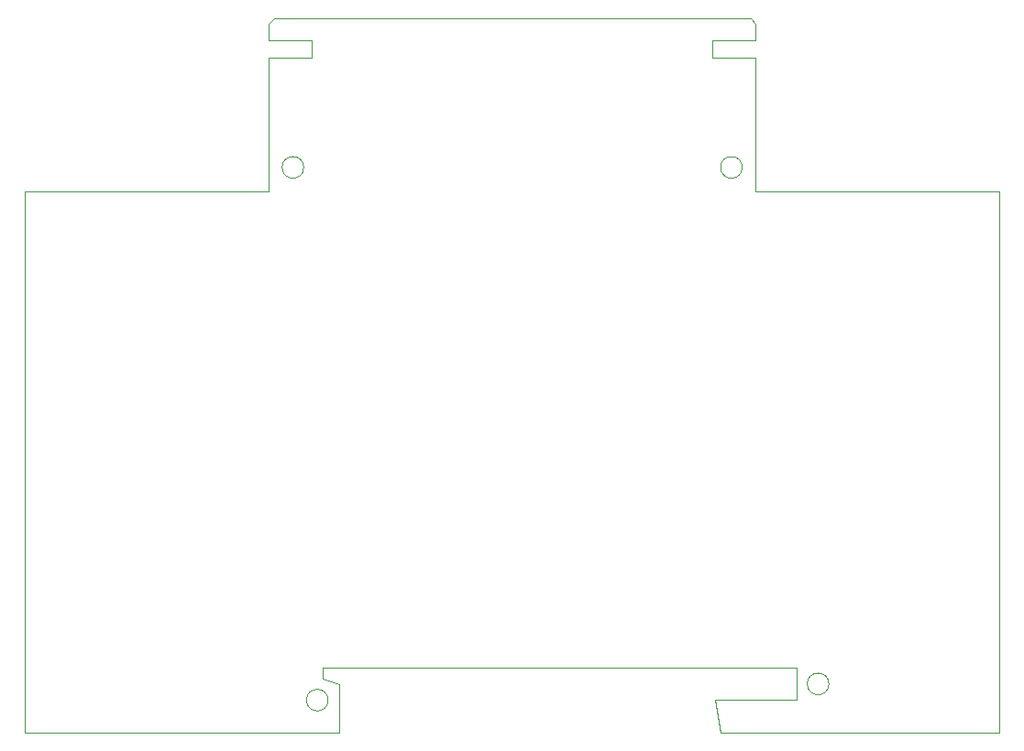
<source format=gbr>
%TF.GenerationSoftware,KiCad,Pcbnew,(6.0.1)*%
%TF.CreationDate,2022-05-30T16:50:44+02:00*%
%TF.ProjectId,din_schiene_seitenwand,64696e5f-7363-4686-9965-6e655f736569,rev?*%
%TF.SameCoordinates,Original*%
%TF.FileFunction,Profile,NP*%
%FSLAX46Y46*%
G04 Gerber Fmt 4.6, Leading zero omitted, Abs format (unit mm)*
G04 Created by KiCad (PCBNEW (6.0.1)) date 2022-05-30 16:50:44*
%MOMM*%
%LPD*%
G01*
G04 APERTURE LIST*
%TA.AperFunction,Profile*%
%ADD10C,0.100000*%
%TD*%
G04 APERTURE END LIST*
D10*
X128000000Y-90000000D02*
X127500000Y-90500000D01*
X172000000Y-90000000D02*
X172500000Y-90500000D01*
X172500000Y-92000000D02*
X172500000Y-90500000D01*
X168500000Y-92000000D02*
X172500000Y-92000000D01*
X168500000Y-93600000D02*
X168500000Y-92000000D01*
X172500000Y-93600000D02*
X168500000Y-93600000D01*
X127500000Y-92000000D02*
X127500000Y-90500000D01*
X131500000Y-93600000D02*
X127500000Y-93600000D01*
X131500000Y-92000000D02*
X131500000Y-93600000D01*
X127500000Y-92000000D02*
X131500000Y-92000000D01*
X171250000Y-103750000D02*
G75*
G03*
X171250000Y-103750000I-1000000J0D01*
G01*
X130750000Y-103750000D02*
G75*
G03*
X130750000Y-103750000I-1000000J0D01*
G01*
X133000000Y-153000000D02*
G75*
G03*
X133000000Y-153000000I-1000000J0D01*
G01*
X179250000Y-151500000D02*
G75*
G03*
X179250000Y-151500000I-1000000J0D01*
G01*
X176250000Y-150000000D02*
X150000000Y-150000000D01*
X176250000Y-153000000D02*
X176250000Y-150000000D01*
X168750000Y-153000000D02*
X176250000Y-153000000D01*
X169250000Y-156000000D02*
X168750000Y-153000000D01*
X195000000Y-156000000D02*
X169250000Y-156000000D01*
X195000000Y-150000000D02*
X195000000Y-156000000D01*
X195000000Y-106000000D02*
X195000000Y-150000000D01*
X172500000Y-106000000D02*
X195000000Y-106000000D01*
X172500000Y-93600000D02*
X172500000Y-106000000D01*
X128000000Y-90000000D02*
X172000000Y-90000000D01*
X127500000Y-106000000D02*
X127500000Y-93600000D01*
X105000000Y-106000000D02*
X127500000Y-106000000D01*
X105000000Y-150000000D02*
X105000000Y-106000000D01*
X105000000Y-156000000D02*
X105000000Y-150000000D01*
X134000000Y-156000000D02*
X105000000Y-156000000D01*
X134000000Y-151500000D02*
X134000000Y-156000000D01*
X132500000Y-151000000D02*
X134000000Y-151500000D01*
X132500000Y-150000000D02*
X132500000Y-151000000D01*
X150000000Y-150000000D02*
X132500000Y-150000000D01*
M02*

</source>
